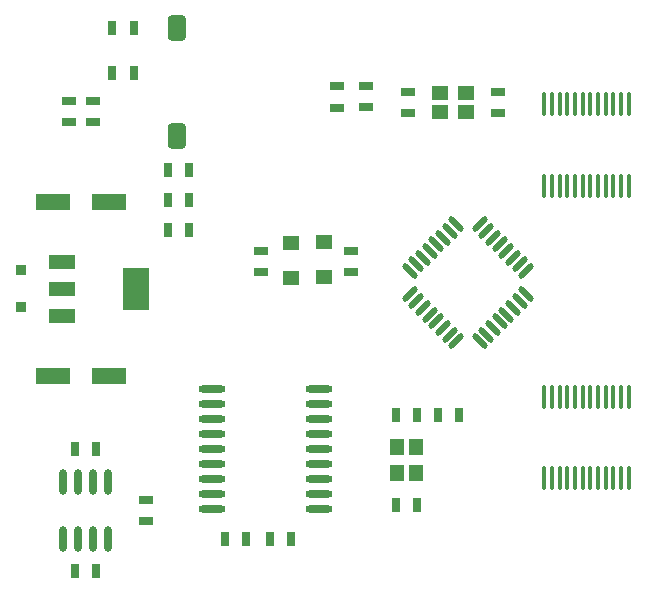
<source format=gtp>
G04 Layer_Color=8421504*
%FSLAX25Y25*%
%MOIN*%
G70*
G01*
G75*
%ADD10R,0.03150X0.04724*%
%ADD11R,0.04724X0.03150*%
%ADD12R,0.03740X0.03543*%
%ADD13R,0.11811X0.05512*%
%ADD14R,0.08661X0.14173*%
%ADD15R,0.08800X0.04800*%
%ADD16O,0.09055X0.02362*%
%ADD17R,0.05512X0.04724*%
G04:AMPARAMS|DCode=18|XSize=62.99mil|YSize=86.22mil|CornerRadius=15.75mil|HoleSize=0mil|Usage=FLASHONLY|Rotation=0.000|XOffset=0mil|YOffset=0mil|HoleType=Round|Shape=RoundedRectangle|*
%AMROUNDEDRECTD18*
21,1,0.06299,0.05472,0,0,0.0*
21,1,0.03150,0.08622,0,0,0.0*
1,1,0.03150,0.01575,-0.02736*
1,1,0.03150,-0.01575,-0.02736*
1,1,0.03150,-0.01575,0.02736*
1,1,0.03150,0.01575,0.02736*
%
%ADD18ROUNDEDRECTD18*%
%ADD19O,0.02362X0.08661*%
G04:AMPARAMS|DCode=20|XSize=21.65mil|YSize=64.96mil|CornerRadius=0mil|HoleSize=0mil|Usage=FLASHONLY|Rotation=135.000|XOffset=0mil|YOffset=0mil|HoleType=Round|Shape=Round|*
%AMOVALD20*
21,1,0.04331,0.02165,0.00000,0.00000,225.0*
1,1,0.02165,0.01531,0.01531*
1,1,0.02165,-0.01531,-0.01531*
%
%ADD20OVALD20*%

G04:AMPARAMS|DCode=21|XSize=21.65mil|YSize=64.96mil|CornerRadius=0mil|HoleSize=0mil|Usage=FLASHONLY|Rotation=45.000|XOffset=0mil|YOffset=0mil|HoleType=Round|Shape=Round|*
%AMOVALD21*
21,1,0.04331,0.02165,0.00000,0.00000,135.0*
1,1,0.02165,0.01531,-0.01531*
1,1,0.02165,-0.01531,0.01531*
%
%ADD21OVALD21*%

%ADD22O,0.01378X0.08268*%
%ADD23R,0.05512X0.04724*%
%ADD24R,0.04724X0.05512*%
D10*
X100957Y186500D02*
D03*
X108043D02*
D03*
X100957Y176500D02*
D03*
X108043D02*
D03*
X100957Y166500D02*
D03*
X108043D02*
D03*
X142043Y63500D02*
D03*
X134957D02*
D03*
X77043Y53000D02*
D03*
X69957D02*
D03*
X82457Y219000D02*
D03*
X89543D02*
D03*
X127043Y63500D02*
D03*
X119957D02*
D03*
X69957Y93500D02*
D03*
X77043D02*
D03*
X176957Y105000D02*
D03*
X184043D02*
D03*
Y75000D02*
D03*
X176957D02*
D03*
X198043Y105000D02*
D03*
X190957D02*
D03*
X82457Y234000D02*
D03*
X89543D02*
D03*
D11*
X162000Y152457D02*
D03*
Y159543D02*
D03*
X132000Y152457D02*
D03*
Y159543D02*
D03*
X93500Y76543D02*
D03*
Y69457D02*
D03*
X157200Y207357D02*
D03*
Y214443D02*
D03*
X167000Y207457D02*
D03*
Y214543D02*
D03*
X76000Y202457D02*
D03*
Y209543D02*
D03*
X211000Y212543D02*
D03*
Y205457D02*
D03*
X181000D02*
D03*
Y212543D02*
D03*
X68000Y209543D02*
D03*
Y202457D02*
D03*
D12*
X52000Y153201D02*
D03*
Y140799D02*
D03*
D13*
X62551Y118000D02*
D03*
X81449D02*
D03*
Y176000D02*
D03*
X62551D02*
D03*
D14*
X90201Y147000D02*
D03*
D15*
X65800Y137900D02*
D03*
Y147000D02*
D03*
Y156100D02*
D03*
D16*
X151413Y73500D02*
D03*
Y78500D02*
D03*
Y83500D02*
D03*
Y88500D02*
D03*
Y93500D02*
D03*
Y98500D02*
D03*
Y103500D02*
D03*
Y108500D02*
D03*
Y113500D02*
D03*
X115587Y73500D02*
D03*
Y78500D02*
D03*
Y83500D02*
D03*
Y88500D02*
D03*
Y93500D02*
D03*
Y98500D02*
D03*
Y103500D02*
D03*
Y108500D02*
D03*
Y113500D02*
D03*
D17*
X153000Y150794D02*
D03*
Y162606D02*
D03*
X142000Y150594D02*
D03*
Y162406D02*
D03*
D18*
X104000Y234091D02*
D03*
Y197909D02*
D03*
D19*
X66000Y63551D02*
D03*
X71000D02*
D03*
X76000D02*
D03*
X81000D02*
D03*
X66000Y82449D02*
D03*
X71000D02*
D03*
X76000D02*
D03*
X81000D02*
D03*
D20*
X181513Y145103D02*
D03*
X183740Y142876D02*
D03*
X185967Y140648D02*
D03*
X188194Y138421D02*
D03*
X190421Y136194D02*
D03*
X192648Y133967D02*
D03*
X194876Y131740D02*
D03*
X197103Y129513D02*
D03*
X220487Y152898D02*
D03*
X218260Y155125D02*
D03*
X216033Y157352D02*
D03*
X213806Y159579D02*
D03*
X211579Y161806D02*
D03*
X209352Y164033D02*
D03*
X207124Y166260D02*
D03*
X204897Y168487D02*
D03*
D21*
Y129513D02*
D03*
X207124Y131740D02*
D03*
X209352Y133967D02*
D03*
X211579Y136194D02*
D03*
X213806Y138421D02*
D03*
X216033Y140648D02*
D03*
X218260Y142876D02*
D03*
X220487Y145103D02*
D03*
X197103Y168487D02*
D03*
X194876Y166260D02*
D03*
X192648Y164033D02*
D03*
X190421Y161806D02*
D03*
X188194Y159579D02*
D03*
X185967Y157352D02*
D03*
X183740Y155125D02*
D03*
X181513Y152898D02*
D03*
D22*
X226425Y181417D02*
D03*
X228984D02*
D03*
X231543D02*
D03*
X234102D02*
D03*
X236661D02*
D03*
X239220D02*
D03*
X241779D02*
D03*
X244339D02*
D03*
X246898D02*
D03*
X249457D02*
D03*
X252016D02*
D03*
X254575D02*
D03*
X226425Y208583D02*
D03*
X228984D02*
D03*
X231543D02*
D03*
X234102D02*
D03*
X236661D02*
D03*
X239220D02*
D03*
X241779D02*
D03*
X244339D02*
D03*
X246898D02*
D03*
X249457D02*
D03*
X252016D02*
D03*
X254575D02*
D03*
X226425Y83917D02*
D03*
X228984D02*
D03*
X231543D02*
D03*
X234102D02*
D03*
X236661D02*
D03*
X239220D02*
D03*
X241779D02*
D03*
X244339D02*
D03*
X246898D02*
D03*
X249457D02*
D03*
X252016D02*
D03*
X254575D02*
D03*
X226425Y111083D02*
D03*
X228984D02*
D03*
X231543D02*
D03*
X234102D02*
D03*
X236661D02*
D03*
X239220D02*
D03*
X241779D02*
D03*
X244339D02*
D03*
X246898D02*
D03*
X249457D02*
D03*
X252016D02*
D03*
X254575D02*
D03*
D23*
X191669Y205850D02*
D03*
Y212150D02*
D03*
X200331Y205850D02*
D03*
Y212150D02*
D03*
D24*
X183650Y85669D02*
D03*
X177350D02*
D03*
X183650Y94331D02*
D03*
X177350D02*
D03*
M02*

</source>
